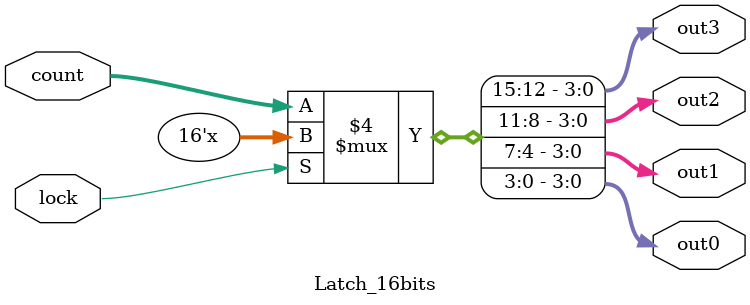
<source format=v>
`timescale 1ns/1ns
module Latch_16bits (count,lock,out0,out1,out2,out3);

  input [15:0] count;
  input lock;
  output [3:0] out0,out1,out2,out3;
  reg [3:0] out0,out1,out2,out3;

  always @ ( * )
  begin
    if(~lock)
      {out3[3:0],out2[3:0],out1[3:0],out0[3:0]}<=count[15:0];
    else
	  {out3[3:0],out2[3:0],out1[3:0],out0[3:0]}<={out3[3:0],out2[3:0],out1[3:0],out0[3:0]};
  end

endmodule

</source>
